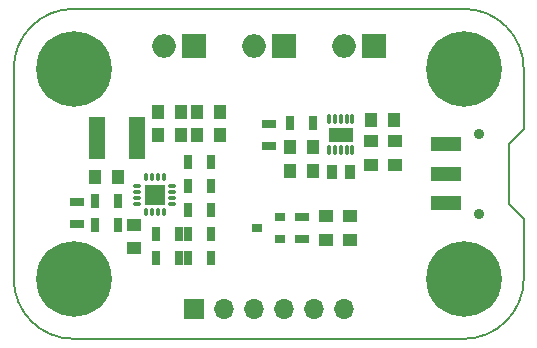
<source format=gbr>
%TF.GenerationSoftware,KiCad,Pcbnew,4.0.6+dfsg1-1*%
%TF.CreationDate,2018-06-21T08:51:40+02:00*%
%TF.ProjectId,energy_harvesting_module,656E657267795F68617276657374696E,rev?*%
%TF.FileFunction,Soldermask,Top*%
%FSLAX46Y46*%
G04 Gerber Fmt 4.6, Leading zero omitted, Abs format (unit mm)*
G04 Created by KiCad (PCBNEW 4.0.6+dfsg1-1) date Thu Jun 21 08:51:40 2018*
%MOMM*%
%LPD*%
G01*
G04 APERTURE LIST*
%ADD10C,0.100000*%
%ADD11C,0.150000*%
%ADD12C,6.400000*%
%ADD13C,0.600000*%
%ADD14R,1.000000X1.250000*%
%ADD15R,1.250000X1.000000*%
%ADD16O,1.998980X1.998980*%
%ADD17R,1.998980X1.998980*%
%ADD18R,1.300000X0.700000*%
%ADD19R,0.700000X1.300000*%
%ADD20R,0.900000X0.800000*%
%ADD21R,2.500000X1.250000*%
%ADD22C,0.900000*%
%ADD23R,1.700000X1.700000*%
%ADD24O,1.700000X1.700000*%
%ADD25O,0.750000X0.300000*%
%ADD26O,0.300000X0.750000*%
%ADD27R,1.800000X1.800000*%
%ADD28R,2.000000X1.200000*%
%ADD29O,0.280000X0.940000*%
%ADD30C,0.400000*%
%ADD31R,1.400000X3.600000*%
%ADD32R,0.850000X1.200000*%
G04 APERTURE END LIST*
D10*
D11*
X127000000Y-111760000D02*
X127000000Y-93980000D01*
X170180000Y-99060000D02*
X170180000Y-93980000D01*
X168910000Y-100330000D02*
X170180000Y-99060000D01*
X168910000Y-105410000D02*
X168910000Y-100330000D01*
X170180000Y-106680000D02*
X168910000Y-105410000D01*
X170180000Y-111760000D02*
X170180000Y-106680000D01*
X132080000Y-88900000D02*
X165100000Y-88900000D01*
X165100000Y-116840000D02*
X132080000Y-116840000D01*
X165100000Y-116840000D02*
G75*
G03X170180000Y-111760000I0J5080000D01*
G01*
X127000000Y-111760000D02*
G75*
G03X132080000Y-116840000I5080000J0D01*
G01*
X170180000Y-93980000D02*
G75*
G03X165100000Y-88900000I-5080000J0D01*
G01*
X132080000Y-88900000D02*
G75*
G03X127000000Y-93980000I0J-5080000D01*
G01*
D12*
X165100000Y-111760000D03*
D13*
X167500000Y-111760000D03*
X166797056Y-113457056D03*
X165100000Y-114160000D03*
X163402944Y-113457056D03*
X162700000Y-111760000D03*
X163402944Y-110062944D03*
X165100000Y-109360000D03*
X166797056Y-110062944D03*
D12*
X132080000Y-111760000D03*
D13*
X134480000Y-111760000D03*
X133777056Y-113457056D03*
X132080000Y-114160000D03*
X130382944Y-113457056D03*
X129680000Y-111760000D03*
X130382944Y-110062944D03*
X132080000Y-109360000D03*
X133777056Y-110062944D03*
D12*
X132080000Y-93980000D03*
D13*
X134480000Y-93980000D03*
X133777056Y-95677056D03*
X132080000Y-96380000D03*
X130382944Y-95677056D03*
X129680000Y-93980000D03*
X130382944Y-92282944D03*
X132080000Y-91580000D03*
X133777056Y-92282944D03*
D14*
X135858000Y-103124000D03*
X133858000Y-103124000D03*
D15*
X137160000Y-107188000D03*
X137160000Y-109188000D03*
D14*
X144510000Y-97663000D03*
X142510000Y-97663000D03*
X144510000Y-99568000D03*
X142510000Y-99568000D03*
X139208000Y-99568000D03*
X141208000Y-99568000D03*
X139192000Y-97663000D03*
X141192000Y-97663000D03*
D15*
X159258000Y-102092000D03*
X159258000Y-100092000D03*
X157226000Y-102092000D03*
X157226000Y-100092000D03*
D14*
X157242000Y-98298000D03*
X159242000Y-98298000D03*
X152368000Y-100584000D03*
X150368000Y-100584000D03*
X152384000Y-102616000D03*
X150384000Y-102616000D03*
D15*
X155448000Y-108442000D03*
X155448000Y-106442000D03*
X153416000Y-108442000D03*
X153416000Y-106442000D03*
D16*
X139700000Y-92075000D03*
D17*
X142240000Y-92075000D03*
D16*
X147320000Y-92075000D03*
D17*
X149860000Y-92075000D03*
D18*
X132334000Y-107122000D03*
X132334000Y-105222000D03*
D19*
X135824000Y-107188000D03*
X133924000Y-107188000D03*
X133924000Y-105156000D03*
X135824000Y-105156000D03*
X139070000Y-109982000D03*
X140970000Y-109982000D03*
X140970000Y-107950000D03*
X139070000Y-107950000D03*
X143698000Y-109982000D03*
X141798000Y-109982000D03*
X141798000Y-107950000D03*
X143698000Y-107950000D03*
X143698000Y-101854000D03*
X141798000Y-101854000D03*
X143698000Y-103886000D03*
X141798000Y-103886000D03*
X143698000Y-105918000D03*
X141798000Y-105918000D03*
D18*
X148590000Y-100518000D03*
X148590000Y-98618000D03*
D19*
X150434000Y-98552000D03*
X152334000Y-98552000D03*
D18*
X151384000Y-108392000D03*
X151384000Y-106492000D03*
D20*
X149590000Y-108392000D03*
X149590000Y-106492000D03*
X147590000Y-107442000D03*
D21*
X163620000Y-105370000D03*
X163620000Y-102870000D03*
X163620000Y-100370000D03*
D22*
X166370000Y-106270000D03*
X166370000Y-99470000D03*
D16*
X154940000Y-92075000D03*
D17*
X157480000Y-92075000D03*
D12*
X165100000Y-93980000D03*
D13*
X167500000Y-93980000D03*
X166797056Y-95677056D03*
X165100000Y-96380000D03*
X163402944Y-95677056D03*
X162700000Y-93980000D03*
X163402944Y-92282944D03*
X165100000Y-91580000D03*
X166797056Y-92282944D03*
D23*
X142240000Y-114300000D03*
D24*
X144780000Y-114300000D03*
X147320000Y-114300000D03*
X149860000Y-114300000D03*
X152400000Y-114300000D03*
X154940000Y-114300000D03*
D25*
X137463000Y-103886000D03*
X137463000Y-104386000D03*
X137463000Y-104886000D03*
X137463000Y-105386000D03*
D26*
X138188000Y-106111000D03*
X138688000Y-106111000D03*
X139188000Y-106111000D03*
X139688000Y-106111000D03*
D25*
X140413000Y-105386000D03*
X140413000Y-104886000D03*
X140413000Y-104386000D03*
X140413000Y-103886000D03*
D26*
X139688000Y-103161000D03*
X139188000Y-103161000D03*
X138688000Y-103161000D03*
X138188000Y-103161000D03*
D27*
X138938000Y-104636000D03*
D28*
X154686000Y-99568000D03*
D29*
X153686000Y-100888000D03*
X154186000Y-100888000D03*
X154686000Y-100888000D03*
X155186000Y-100888000D03*
X155686000Y-100888000D03*
X155686000Y-98248000D03*
X155186000Y-98248000D03*
X154686000Y-98248000D03*
X154186000Y-98248000D03*
X153686000Y-98248000D03*
D30*
X155386000Y-99268000D03*
X153986000Y-99268000D03*
X153986000Y-99868000D03*
X155386000Y-99868000D03*
D31*
X134014000Y-99822000D03*
X137414000Y-99822000D03*
D32*
X155461000Y-102743000D03*
X153911000Y-102743000D03*
M02*

</source>
